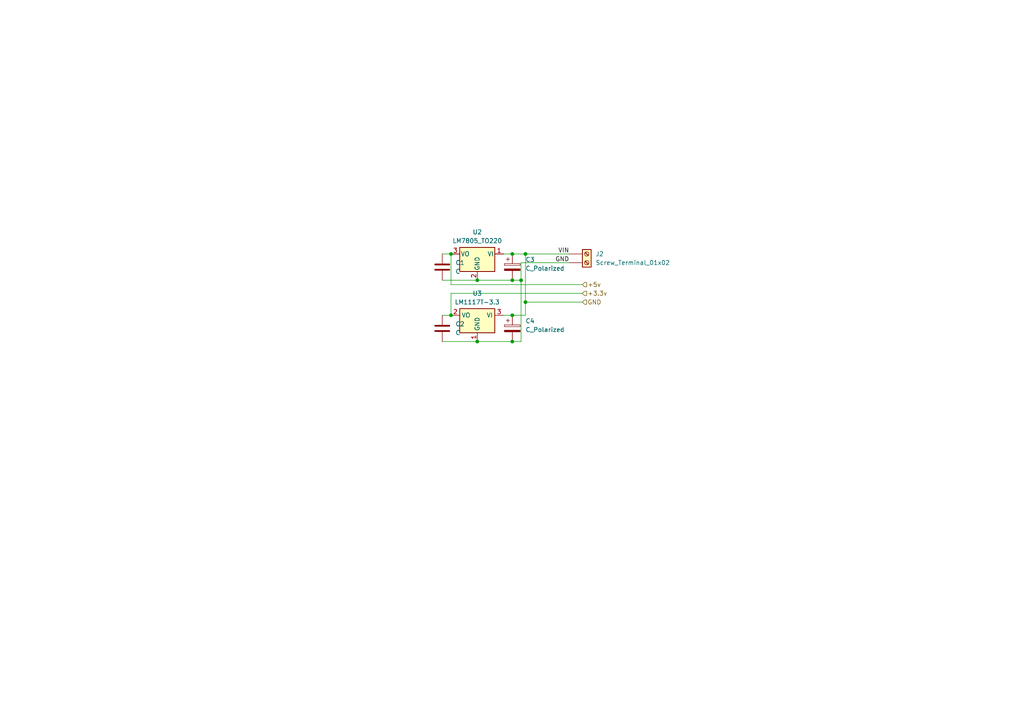
<source format=kicad_sch>
(kicad_sch (version 20250114) (generator "eeschema") (generator_version "9.0")
  (paper "A4")
  (title_block (title "Power Management Circuit") (date "2025-04-06") (rev "v1") (comment 1 "Email: o.meszaros@student.unsw.edu.au") (comment 2 "zID: z5636164") (comment 3 "Designed by: Oskar Meszaros"))
  (lib_symbols
    (symbol "Connector:Screw_Terminal_01x02" (pin_numbers (hide yes)) (pin_names (offset 1.016) (hide yes))
      (property "Reference" "J" (at 0 2.54 0))
      (property "Value" "Screw_Terminal_01x02" (at 0 -5.08 0))
      (symbol "Screw_Terminal_01x02_1_1"
        (rectangle (start -1.27 1.27) (end 1.27 -3.81) (stroke (width 0.254)) (fill (type background)))
        (polyline (pts (xy -0.5334 0.3302) (xy 0.3302 -0.508)) (stroke (width 0.1524)))
        (polyline (pts (xy -0.5334 -2.2098) (xy 0.3302 -3.048)) (stroke (width 0.1524)))
        (polyline (pts (xy -0.3556 0.508) (xy 0.508 -0.3302)) (stroke (width 0.1524)))
        (polyline (pts (xy -0.3556 -2.032) (xy 0.508 -2.8702)) (stroke (width 0.1524)))
        (circle (center 0 0) (radius 0.635) (stroke (width 0.1524)))
        (circle (center 0 -2.54) (radius 0.635) (stroke (width 0.1524)))
        (pin passive line (at -5.08 0 0) (length 3.81) (name "Pin_1") (number "1"))
        (pin passive line (at -5.08 -2.54 0) (length 3.81) (name "Pin_2") (number "2"))
      )
    )
    (symbol "Device:C" (pin_numbers (hide yes)) (pin_names (offset 0.254))
      (property "Reference" "C" (at 0.635 2.54 0))
      (property "Value" "C" (at 0.635 -2.54 0))
      (symbol "C_0_1"
        (polyline (pts (xy -2.032 0.762) (xy 2.032 0.762)) (stroke (width 0.508)))
        (polyline (pts (xy -2.032 -0.762) (xy 2.032 -0.762)) (stroke (width 0.508)))
      )
      (symbol "C_1_1"
        (pin passive line (at 0 3.81 270) (length 2.794) (name "~") (number "1"))
        (pin passive line (at 0 -3.81 90) (length 2.794) (name "~") (number "2"))
      )
    )
    (symbol "Device:C_Polarized" (pin_numbers (hide yes)) (pin_names (offset 0.254))
      (property "Reference" "C" (at 0.635 2.54 0))
      (property "Value" "C_Polarized" (at 0.635 -2.54 0))
      (symbol "C_Polarized_0_1"
        (rectangle (start -2.286 0.508) (end 2.286 1.016))
        (polyline (pts (xy -1.778 2.286) (xy -0.762 2.286)))
        (polyline (pts (xy -1.27 2.794) (xy -1.27 1.778)))
        (rectangle (start 2.286 -0.508) (end -2.286 -1.016) (fill (type outline)))
      )
      (symbol "C_Polarized_1_1"
        (pin passive line (at 0 3.81 270) (length 2.794) (name "~") (number "1"))
        (pin passive line (at 0 -3.81 90) (length 2.794) (name "~") (number "2"))
      )
    )
    (symbol "Regulator_Linear:LM1117T-3.3"
      (property "Reference" "U" (at -3.81 3.175 0))
      (property "Value" "LM1117T-3.3" (at 0 3.175 0))
      (symbol "LM1117T-3.3_0_1"
        (rectangle (start -5.08 -5.08) (end 5.08 1.905) (stroke (width 0.254)) (fill (type background)))
      )
      (symbol "LM1117T-3.3_1_1"
        (pin power_in line (at -7.62 0 0) (length 2.54) (name "VI") (number "3"))
        (pin power_in line (at 0 -7.62 90) (length 2.54) (name "GND") (number "1"))
        (pin power_out line (at 7.62 0 180) (length 2.54) (name "VO") (number "2"))
      )
    )
    (symbol "Regulator_Linear:LM7805_TO220" (pin_names (offset 0.254))
      (property "Reference" "U" (at -3.81 3.175 0))
      (property "Value" "LM7805_TO220" (at 0 3.175 0))
      (symbol "LM7805_TO220_0_1"
        (rectangle (start -5.08 1.905) (end 5.08 -5.08) (stroke (width 0.254)) (fill (type background)))
      )
      (symbol "LM7805_TO220_1_1"
        (pin power_in line (at -7.62 0 0) (length 2.54) (name "VI") (number "1"))
        (pin power_in line (at 0 -7.62 90) (length 2.54) (name "GND") (number "2"))
        (pin power_out line (at 7.62 0 180) (length 2.54) (name "VO") (number "3"))
      )
    )
  )
  (junction (at 148.59 91.44))
  (junction (at 148.59 81.28))
  (junction (at 152.4 87.63))
  (junction (at 148.59 73.66))
  (junction (at 138.43 81.28))
  (junction (at 130.81 91.44))
  (junction (at 151.13 81.28))
  (junction (at 152.4 73.66))
  (junction (at 130.81 73.66))
  (junction (at 148.59 99.06))
  (junction (at 138.43 99.06))
  (wire (pts (xy 148.59 81.28) (xy 151.13 81.28)))
  (wire (pts (xy 165.1 76.2) (xy 151.13 76.2)))
  (wire (pts (xy 152.4 73.66) (xy 165.1 73.66)))
  (wire (pts (xy 151.13 99.06) (xy 148.59 99.06)))
  (wire (pts (xy 148.59 73.66) (xy 152.4 73.66)))
  (wire (pts (xy 151.13 76.2) (xy 151.13 81.28)))
  (wire (pts (xy 146.05 91.44) (xy 148.59 91.44)))
  (wire (pts (xy 148.59 91.44) (xy 152.4 91.44)))
  (wire (pts (xy 128.27 73.66) (xy 130.81 73.66)))
  (wire (pts (xy 128.27 99.06) (xy 138.43 99.06)))
  (wire (pts (xy 152.4 91.44) (xy 152.4 87.63)))
  (wire (pts (xy 128.27 81.28) (xy 138.43 81.28)))
  (wire (pts (xy 146.05 73.66) (xy 148.59 73.66)))
  (wire (pts (xy 138.43 99.06) (xy 148.59 99.06)))
  (wire (pts (xy 130.81 85.09) (xy 168.91 85.09)))
  (wire (pts (xy 128.27 91.44) (xy 130.81 91.44)))
  (wire (pts (xy 151.13 81.28) (xy 151.13 99.06)))
  (wire (pts (xy 130.81 82.55) (xy 130.81 73.66)))
  (wire (pts (xy 168.91 82.55) (xy 130.81 82.55)))
  (wire (pts (xy 130.81 85.09) (xy 130.81 91.44)))
  (wire (pts (xy 152.4 87.63) (xy 168.91 87.63)))
  (wire (pts (xy 138.43 81.28) (xy 148.59 81.28)))
  (wire (pts (xy 152.4 87.63) (xy 152.4 73.66)))
  (label "GND" (at 165.1 76.2 180))
  (label "VIN" (at 165.1 73.66 180))
  (hierarchical_label "+5v" (shape input) (at 168.91 82.55 0))
  (hierarchical_label "+3.3v" (shape input) (at 168.91 85.09 0))
  (hierarchical_label "GND" (shape input) (at 168.91 87.63 0))
  (symbol (lib_id "Device:C_Polarized") (at 148.59 95.25 0) (unit 1)
    (property "Reference" "C4" (at 152.4 93.0909 0) (effects (justify left)))
    (property "Value" "C_Polarized" (at 152.4 95.6309 0) (effects (justify left)))
    (property "Footprint" "Capacitor_THT:CP_Radial_D5.0mm_P2.50mm" (effects (hide yes)))
    (property "Description" "Polarized capacitor" (effects (hide yes)))
  )
  (symbol (lib_id "Device:C_Polarized") (at 148.59 77.47 0) (unit 1)
    (property "Reference" "C3" (at 152.4 75.3109 0) (effects (justify left)))
    (property "Value" "C_Polarized" (at 152.4 77.8509 0) (effects (justify left)))
    (property "Footprint" "Capacitor_THT:CP_Radial_D5.0mm_P2.50mm" (effects (hide yes)))
    (property "Description" "Polarized capacitor" (effects (hide yes)))
  )
  (symbol (lib_id "Regulator_Linear:LM1117T-3.3") (at 138.43 91.44 0) (mirror y) (unit 1)
    (property "Reference" "U3" (at 138.43 85.09 0))
    (property "Value" "LM1117T-3.3" (at 138.43 87.63 0))
    (property "Footprint" "Package_TO_SOT_THT:TO-220-3_Vertical" (effects (hide yes)))
    (property "Datasheet" "http://www.ti.com/lit/ds/symlink/lm1117.pdf" (effects (hide yes)))
    (property "Description" "800mA Low-Dropout Linear Regulator, 3.3V fixed output, TO-220" (effects (hide yes)))
  )
  (symbol (lib_id "Connector:Screw_Terminal_01x02") (at 170.18 73.66 0) (unit 1)
    (property "Reference" "J2" (at 172.72 73.6599 0) (effects (justify left)))
    (property "Value" "Screw_Terminal_01x02" (at 172.72 76.1999 0) (effects (justify left)))
    (property "Footprint" "TerminalBlock:TerminalBlock_bornier-2_P5.08mm" (effects (hide yes)))
    (property "Description" "Generic screw terminal, single row, 01x02, script generated (kicad-library-utils/schlib/autogen/connector/)" (effects (hide yes)))
  )
  (symbol (lib_id "Device:C") (at 128.27 95.25 0) (unit 1)
    (property "Reference" "C2" (at 132.08 93.9799 0) (effects (justify left)))
    (property "Value" "C" (at 132.08 96.5199 0) (effects (justify left)))
    (property "Footprint" "Capacitor_THT:C_Disc_D3.8mm_W2.6mm_P2.50mm" (effects (hide yes)))
    (property "Description" "Unpolarized capacitor" (effects (hide yes)))
  )
  (symbol (lib_id "Regulator_Linear:LM7805_TO220") (at 138.43 73.66 0) (mirror y) (unit 1)
    (property "Reference" "U2" (at 138.43 67.31 0))
    (property "Value" "LM7805_TO220" (at 138.43 69.85 0))
    (property "Footprint" "Package_TO_SOT_THT:TO-220-3_Vertical" (effects (hide yes)))
    (property "Datasheet" "https://www.onsemi.cn/PowerSolutions/document/MC7800-D.PDF" (effects (hide yes)))
    (property "Description" "Positive 1A 35V Linear Regulator, Fixed Output 5V, TO-220" (effects (hide yes)))
  )
  (symbol (lib_id "Device:C") (at 128.27 77.47 0) (unit 1)
    (property "Reference" "C1" (at 132.08 76.1999 0) (effects (justify left)))
    (property "Value" "C" (at 132.08 78.7399 0) (effects (justify left)))
    (property "Footprint" "Capacitor_THT:C_Disc_D3.8mm_W2.6mm_P2.50mm" (effects (hide yes)))
    (property "Description" "Unpolarized capacitor" (effects (hide yes)))
  )
)
</source>
